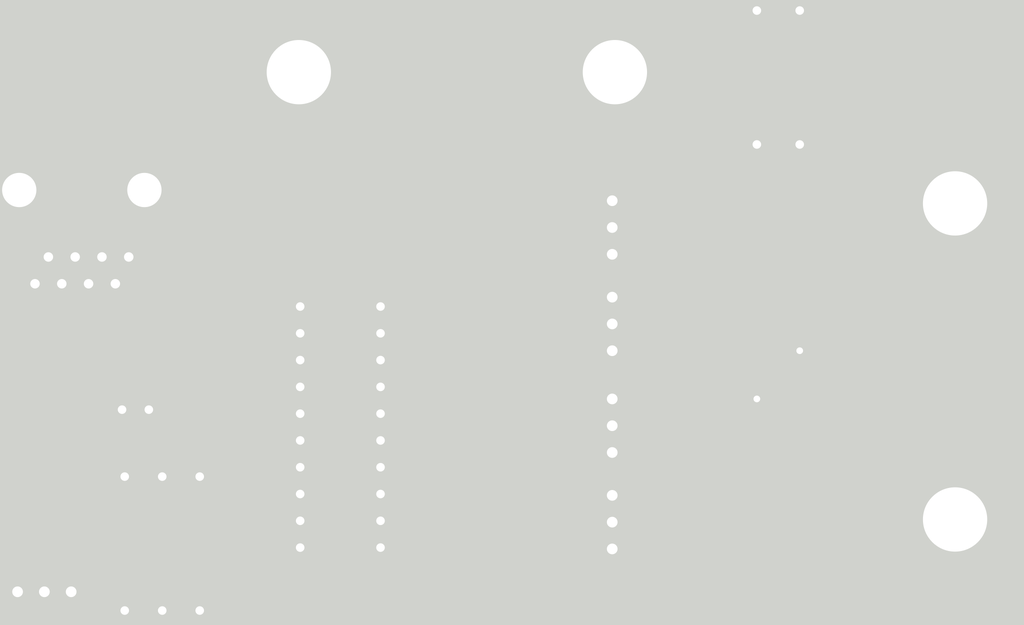
<source format=kicad_pcb>
(kicad_pcb (version 3) (host pcbnew "(2013-jul-07)-stable")

  (general
    (links 36)
    (no_connects 0)
    (area 0 0 0 0)
    (thickness 1.6)
    (drawings 3)
    (tracks 96)
    (zones 0)
    (modules 15)
    (nets 22)
  )

  (page A3)
  (layers
    (15 F.Cu signal)
    (0 B.Cu signal)
    (17 F.Adhes user)
    (19 F.Paste user)
    (21 F.SilkS user)
    (23 F.Mask user)
    (28 Edge.Cuts user hide)
  )

  (setup
    (last_trace_width 0.254)
    (user_trace_width 2)
    (user_trace_width 6)
    (trace_clearance 0.254)
    (zone_clearance 0.508)
    (zone_45_only no)
    (trace_min 0.254)
    (segment_width 0.2)
    (edge_width 0.1)
    (via_size 0.889)
    (via_drill 0.635)
    (via_min_size 0.889)
    (via_min_drill 0.508)
    (uvia_size 0.508)
    (uvia_drill 0.127)
    (uvias_allowed no)
    (uvia_min_size 0.508)
    (uvia_min_drill 0.127)
    (pcb_text_width 0.3)
    (pcb_text_size 1.5 1.5)
    (mod_edge_width 0.15)
    (mod_text_size 1 1)
    (mod_text_width 0.15)
    (pad_size 1.5 1.5)
    (pad_drill 0.6)
    (pad_to_mask_clearance 0)
    (aux_axis_origin 0 0)
    (visible_elements FFFFFFBF)
    (pcbplotparams
      (layerselection 3178497)
      (usegerberextensions true)
      (excludeedgelayer true)
      (linewidth 0.150000)
      (plotframeref false)
      (viasonmask false)
      (mode 1)
      (useauxorigin false)
      (hpglpennumber 1)
      (hpglpenspeed 20)
      (hpglpendiameter 15)
      (hpglpenoverlay 2)
      (psnegative false)
      (psa4output false)
      (plotreference true)
      (plotvalue true)
      (plotothertext true)
      (plotinvisibletext false)
      (padsonsilk false)
      (subtractmaskfromsilk false)
      (outputformat 1)
      (mirror false)
      (drillshape 1)
      (scaleselection 1)
      (outputdirectory ""))
  )

  (net 0 "")
  (net 1 N-000001)
  (net 2 N-0000010)
  (net 3 N-0000011)
  (net 4 N-0000012)
  (net 5 N-0000013)
  (net 6 N-0000014)
  (net 7 N-0000015)
  (net 8 N-0000016)
  (net 9 N-0000017)
  (net 10 N-0000018)
  (net 11 N-0000019)
  (net 12 N-0000020)
  (net 13 N-0000022)
  (net 14 N-0000023)
  (net 15 N-000003)
  (net 16 N-000004)
  (net 17 N-000005)
  (net 18 N-000006)
  (net 19 N-000007)
  (net 20 N-000008)
  (net 21 N-000009)

  (net_class Default "This is the default net class."
    (clearance 0.254)
    (trace_width 0.254)
    (via_dia 0.889)
    (via_drill 0.635)
    (uvia_dia 0.508)
    (uvia_drill 0.127)
    (add_net "")
    (add_net N-000001)
    (add_net N-0000010)
    (add_net N-0000011)
    (add_net N-0000012)
    (add_net N-0000013)
    (add_net N-0000014)
    (add_net N-0000015)
    (add_net N-0000016)
    (add_net N-0000017)
    (add_net N-0000018)
    (add_net N-0000019)
    (add_net N-0000020)
    (add_net N-0000022)
    (add_net N-0000023)
    (add_net N-000003)
    (add_net N-000004)
    (add_net N-000005)
    (add_net N-000006)
    (add_net N-000007)
    (add_net N-000008)
    (add_net N-000009)
  )

  (net_class HVolt ""
    (clearance 0.254)
    (trace_width 40.49)
    (via_dia 0.889)
    (via_drill 0.635)
    (uvia_dia 0.508)
    (uvia_drill 0.127)
  )

  (module 2PIN_6mm (layer F.Cu) (tedit 597B7D67) (tstamp 597B7839)
    (at 157.988 50.292 270)
    (descr "module 2 pin (trou 6 mm)")
    (tags DEV)
    (path /597B7027)
    (fp_text reference M1 (at 0 1.27 270) (layer F.SilkS)
      (effects (font (size 1.524 1.524) (thickness 0.3048)))
    )
    (fp_text value MOTOR (at 0 -1.27 270) (layer F.SilkS)
      (effects (font (size 1.524 1.524) (thickness 0.3048)))
    )
    (fp_line (start -21.59 -6.35) (end 21.59 -6.35) (layer F.SilkS) (width 0.381))
    (fp_line (start 21.59 -6.35) (end 21.59 6.35) (layer F.SilkS) (width 0.381))
    (fp_line (start 21.59 6.35) (end -21.59 6.35) (layer F.SilkS) (width 0.381))
    (fp_line (start -21.59 6.35) (end -21.59 -6.35) (layer F.SilkS) (width 0.381))
    (pad 1 thru_hole circle (at -14.986 0 270) (size 10.16 10.16) (drill 6.096)
      (layers *.Cu *.Mask F.SilkS)
      (net 13 N-0000022)
    )
    (pad 2 thru_hole circle (at 14.986 0 270) (size 10.16 10.16) (drill 6.096)
      (layers *.Cu *.Mask F.SilkS)
      (net 14 N-0000023)
    )
    (model "device/douille_4mm(red).wrl"
      (at (xyz -0.59 0 0))
      (scale (xyz 1.8 1.8 1.8))
      (rotate (xyz 0 0 0))
    )
    (model "device/douille_4mm(red).wrl"
      (at (xyz 0.59 0 0))
      (scale (xyz 1.8 1.8 1.8))
      (rotate (xyz 0 0 0))
    )
  )

  (module RJ45_8 (layer F.Cu) (tedit 4745DA96) (tstamp 597B7768)
    (at 75.184 34.036 180)
    (tags RJ45)
    (path /597B7135)
    (fp_text reference J1 (at 0.254 4.826 180) (layer F.SilkS)
      (effects (font (size 1.524 1.524) (thickness 0.3048)))
    )
    (fp_text value RJ45 (at 0.14224 -0.1016 180) (layer F.SilkS)
      (effects (font (size 1.00076 1.00076) (thickness 0.2032)))
    )
    (fp_line (start -7.62 7.874) (end 7.62 7.874) (layer F.SilkS) (width 0.127))
    (fp_line (start 7.62 7.874) (end 7.62 -10.16) (layer F.SilkS) (width 0.127))
    (fp_line (start 7.62 -10.16) (end -7.62 -10.16) (layer F.SilkS) (width 0.127))
    (fp_line (start -7.62 -10.16) (end -7.62 7.874) (layer F.SilkS) (width 0.127))
    (pad Hole np_thru_hole circle (at 5.93852 0 180) (size 3.64998 3.64998) (drill 3.2512)
      (layers *.Cu *.SilkS *.Mask)
    )
    (pad Hole np_thru_hole circle (at -5.9309 0 180) (size 3.64998 3.64998) (drill 3.2512)
      (layers *.Cu *.SilkS *.Mask)
    )
    (pad 1 thru_hole rect (at -4.445 -6.35 180) (size 1.50114 1.50114) (drill 0.89916)
      (layers *.Cu *.Mask F.SilkS)
      (net 12 N-0000020)
    )
    (pad 2 thru_hole circle (at -3.175 -8.89 180) (size 1.50114 1.50114) (drill 0.89916)
      (layers *.Cu *.Mask F.SilkS)
      (net 17 N-000005)
    )
    (pad 3 thru_hole circle (at -1.905 -6.35 180) (size 1.50114 1.50114) (drill 0.89916)
      (layers *.Cu *.Mask F.SilkS)
      (net 20 N-000008)
    )
    (pad 4 thru_hole circle (at -0.635 -8.89 180) (size 1.50114 1.50114) (drill 0.89916)
      (layers *.Cu *.Mask F.SilkS)
      (net 19 N-000007)
    )
    (pad 5 thru_hole circle (at 0.635 -6.35 180) (size 1.50114 1.50114) (drill 0.89916)
      (layers *.Cu *.Mask F.SilkS)
      (net 4 N-0000012)
    )
    (pad 6 thru_hole circle (at 1.905 -8.89 180) (size 1.50114 1.50114) (drill 0.89916)
      (layers *.Cu *.Mask F.SilkS)
      (net 3 N-0000011)
    )
    (pad 7 thru_hole circle (at 3.175 -6.35 180) (size 1.50114 1.50114) (drill 0.89916)
      (layers *.Cu *.Mask F.SilkS)
      (net 16 N-000004)
    )
    (pad 8 thru_hole circle (at 4.445 -8.89 180) (size 1.50114 1.50114) (drill 0.89916)
      (layers *.Cu *.Mask F.SilkS)
      (net 15 N-000003)
    )
    (model connectors/RJ45_8.wrl
      (at (xyz 0 0 0))
      (scale (xyz 0.4 0.4 0.4))
      (rotate (xyz 0 0 0))
    )
  )

  (module R5 (layer F.Cu) (tedit 597B9282) (tstamp 597B7775)
    (at 139.192 23.368 270)
    (descr "Resistance 5 pas")
    (tags R)
    (path /597B7057)
    (autoplace_cost180 10)
    (fp_text reference R5 (at 0.508 0 270) (layer F.SilkS)
      (effects (font (size 1.397 1.27) (thickness 0.2032)))
    )
    (fp_text value R (at 0 0 270) (layer F.SilkS) hide
      (effects (font (size 1.397 1.27) (thickness 0.2032)))
    )
    (fp_line (start -6.35 0) (end -5.334 0) (layer F.SilkS) (width 0.3048))
    (fp_line (start 6.35 0) (end 5.334 0) (layer F.SilkS) (width 0.3048))
    (fp_line (start 5.334 -1.27) (end 5.334 1.27) (layer F.SilkS) (width 0.3048))
    (fp_line (start 5.334 1.27) (end -5.334 1.27) (layer F.SilkS) (width 0.3048))
    (fp_line (start -5.334 1.27) (end -5.334 -1.27) (layer F.SilkS) (width 0.3048))
    (fp_line (start -5.334 -1.27) (end 5.334 -1.27) (layer F.SilkS) (width 0.3048))
    (fp_line (start -5.334 -0.762) (end -4.826 -1.27) (layer F.SilkS) (width 0.3048))
    (pad 1 thru_hole circle (at -6.35 0 270) (size 1.524 1.524) (drill 0.8128)
      (layers *.Cu *.Mask F.SilkS)
      (net 11 N-0000019)
    )
    (pad 2 thru_hole circle (at 6.35 0 270) (size 1.524 1.524) (drill 0.8128)
      (layers *.Cu *.Mask F.SilkS)
      (net 5 N-0000013)
    )
    (model discret/resistor.wrl
      (at (xyz 0 0 0))
      (scale (xyz 0.5 0.5 0.5))
      (rotate (xyz 0 0 0))
    )
  )

  (module R5 (layer F.Cu) (tedit 200000) (tstamp 597B7782)
    (at 143.256 23.368 90)
    (descr "Resistance 5 pas")
    (tags R)
    (path /597B705D)
    (autoplace_cost180 10)
    (fp_text reference R4 (at 0 0 90) (layer F.SilkS)
      (effects (font (size 1.397 1.27) (thickness 0.2032)))
    )
    (fp_text value R (at 0 0 90) (layer F.SilkS) hide
      (effects (font (size 1.397 1.27) (thickness 0.2032)))
    )
    (fp_line (start -6.35 0) (end -5.334 0) (layer F.SilkS) (width 0.3048))
    (fp_line (start 6.35 0) (end 5.334 0) (layer F.SilkS) (width 0.3048))
    (fp_line (start 5.334 -1.27) (end 5.334 1.27) (layer F.SilkS) (width 0.3048))
    (fp_line (start 5.334 1.27) (end -5.334 1.27) (layer F.SilkS) (width 0.3048))
    (fp_line (start -5.334 1.27) (end -5.334 -1.27) (layer F.SilkS) (width 0.3048))
    (fp_line (start -5.334 -1.27) (end 5.334 -1.27) (layer F.SilkS) (width 0.3048))
    (fp_line (start -5.334 -0.762) (end -4.826 -1.27) (layer F.SilkS) (width 0.3048))
    (pad 1 thru_hole circle (at -6.35 0 90) (size 1.524 1.524) (drill 0.8128)
      (layers *.Cu *.Mask F.SilkS)
      (net 6 N-0000014)
    )
    (pad 2 thru_hole circle (at 6.35 0 90) (size 1.524 1.524) (drill 0.8128)
      (layers *.Cu *.Mask F.SilkS)
      (net 11 N-0000019)
    )
    (model discret/resistor.wrl
      (at (xyz 0 0 0))
      (scale (xyz 0.5 0.5 0.5))
      (rotate (xyz 0 0 0))
    )
  )

  (module R5 (layer F.Cu) (tedit 597B77F9) (tstamp 597B778F)
    (at 79.248 67.564 90)
    (descr "Resistance 5 pas")
    (tags R)
    (path /597B7074)
    (autoplace_cost180 10)
    (fp_text reference R3 (at 0 0 90) (layer F.SilkS)
      (effects (font (size 1.397 1.27) (thickness 0.2032)))
    )
    (fp_text value R (at 0 0 90) (layer F.SilkS) hide
      (effects (font (size 1.397 1.27) (thickness 0.2032)))
    )
    (fp_line (start -6.35 0) (end -5.334 0) (layer F.SilkS) (width 0.3048))
    (fp_line (start 6.35 0) (end 5.334 0) (layer F.SilkS) (width 0.3048))
    (fp_line (start 5.334 -1.27) (end 5.334 1.27) (layer F.SilkS) (width 0.3048))
    (fp_line (start 5.334 1.27) (end -5.334 1.27) (layer F.SilkS) (width 0.3048))
    (fp_line (start -5.334 1.27) (end -5.334 -1.27) (layer F.SilkS) (width 0.3048))
    (fp_line (start -5.334 -1.27) (end 5.334 -1.27) (layer F.SilkS) (width 0.3048))
    (fp_line (start -5.334 -0.762) (end -4.826 -1.27) (layer F.SilkS) (width 0.3048))
    (pad 1 thru_hole circle (at -6.35 0 90) (size 1.524 1.524) (drill 0.8128)
      (layers *.Cu *.Mask F.SilkS)
      (net 19 N-000007)
    )
    (pad 2 thru_hole circle (at 6.35 0 90) (size 1.524 1.524) (drill 0.8128)
      (layers *.Cu *.Mask F.SilkS)
      (net 9 N-0000017)
    )
    (model discret/resistor.wrl
      (at (xyz 0 0 0))
      (scale (xyz 0.5 0.5 0.5))
      (rotate (xyz 0 0 0))
    )
  )

  (module R5 (layer F.Cu) (tedit 200000) (tstamp 597B779C)
    (at 82.804 67.564 90)
    (descr "Resistance 5 pas")
    (tags R)
    (path /597B773E)
    (autoplace_cost180 10)
    (fp_text reference R1 (at 0 0 90) (layer F.SilkS)
      (effects (font (size 1.397 1.27) (thickness 0.2032)))
    )
    (fp_text value 20K (at 0 0 90) (layer F.SilkS) hide
      (effects (font (size 1.397 1.27) (thickness 0.2032)))
    )
    (fp_line (start -6.35 0) (end -5.334 0) (layer F.SilkS) (width 0.3048))
    (fp_line (start 6.35 0) (end 5.334 0) (layer F.SilkS) (width 0.3048))
    (fp_line (start 5.334 -1.27) (end 5.334 1.27) (layer F.SilkS) (width 0.3048))
    (fp_line (start 5.334 1.27) (end -5.334 1.27) (layer F.SilkS) (width 0.3048))
    (fp_line (start -5.334 1.27) (end -5.334 -1.27) (layer F.SilkS) (width 0.3048))
    (fp_line (start -5.334 -1.27) (end 5.334 -1.27) (layer F.SilkS) (width 0.3048))
    (fp_line (start -5.334 -0.762) (end -4.826 -1.27) (layer F.SilkS) (width 0.3048))
    (pad 1 thru_hole circle (at -6.35 0 90) (size 1.524 1.524) (drill 0.8128)
      (layers *.Cu *.Mask F.SilkS)
      (net 12 N-0000020)
    )
    (pad 2 thru_hole circle (at 6.35 0 90) (size 1.524 1.524) (drill 0.8128)
      (layers *.Cu *.Mask F.SilkS)
      (net 8 N-0000016)
    )
    (model discret/resistor.wrl
      (at (xyz 0 0 0))
      (scale (xyz 0.5 0.5 0.5))
      (rotate (xyz 0 0 0))
    )
  )

  (module R5 (layer F.Cu) (tedit 200000) (tstamp 597B77A9)
    (at 86.36 67.564 90)
    (descr "Resistance 5 pas")
    (tags R)
    (path /597B774D)
    (autoplace_cost180 10)
    (fp_text reference R2 (at 0 0 90) (layer F.SilkS)
      (effects (font (size 1.397 1.27) (thickness 0.2032)))
    )
    (fp_text value 20K (at 0 0 90) (layer F.SilkS) hide
      (effects (font (size 1.397 1.27) (thickness 0.2032)))
    )
    (fp_line (start -6.35 0) (end -5.334 0) (layer F.SilkS) (width 0.3048))
    (fp_line (start 6.35 0) (end 5.334 0) (layer F.SilkS) (width 0.3048))
    (fp_line (start 5.334 -1.27) (end 5.334 1.27) (layer F.SilkS) (width 0.3048))
    (fp_line (start 5.334 1.27) (end -5.334 1.27) (layer F.SilkS) (width 0.3048))
    (fp_line (start -5.334 1.27) (end -5.334 -1.27) (layer F.SilkS) (width 0.3048))
    (fp_line (start -5.334 -1.27) (end 5.334 -1.27) (layer F.SilkS) (width 0.3048))
    (fp_line (start -5.334 -0.762) (end -4.826 -1.27) (layer F.SilkS) (width 0.3048))
    (pad 1 thru_hole circle (at -6.35 0 90) (size 1.524 1.524) (drill 0.8128)
      (layers *.Cu *.Mask F.SilkS)
      (net 12 N-0000020)
    )
    (pad 2 thru_hole circle (at 6.35 0 90) (size 1.524 1.524) (drill 0.8128)
      (layers *.Cu *.Mask F.SilkS)
      (net 1 N-000001)
    )
    (model discret/resistor.wrl
      (at (xyz 0 0 0))
      (scale (xyz 0.5 0.5 0.5))
      (rotate (xyz 0 0 0))
    )
  )

  (module C1 (layer F.Cu) (tedit 3F92C496) (tstamp 597B782F)
    (at 80.264 54.864 180)
    (descr "Condensateur e = 1 pas")
    (tags C)
    (path /597B707A)
    (fp_text reference C1 (at 0.254 -2.286 180) (layer F.SilkS)
      (effects (font (size 1.016 1.016) (thickness 0.2032)))
    )
    (fp_text value C (at 0 -2.286 180) (layer F.SilkS) hide
      (effects (font (size 1.016 1.016) (thickness 0.2032)))
    )
    (fp_line (start -2.4892 -1.27) (end 2.54 -1.27) (layer F.SilkS) (width 0.3048))
    (fp_line (start 2.54 -1.27) (end 2.54 1.27) (layer F.SilkS) (width 0.3048))
    (fp_line (start 2.54 1.27) (end -2.54 1.27) (layer F.SilkS) (width 0.3048))
    (fp_line (start -2.54 1.27) (end -2.54 -1.27) (layer F.SilkS) (width 0.3048))
    (fp_line (start -2.54 -0.635) (end -1.905 -1.27) (layer F.SilkS) (width 0.3048))
    (pad 1 thru_hole circle (at -1.27 0 180) (size 1.397 1.397) (drill 0.8128)
      (layers *.Cu *.Mask F.SilkS)
      (net 19 N-000007)
    )
    (pad 2 thru_hole circle (at 1.27 0 180) (size 1.397 1.397) (drill 0.8128)
      (layers *.Cu *.Mask F.SilkS)
      (net 9 N-0000017)
    )
    (model discret/capa_1_pas.wrl
      (at (xyz 0 0 0))
      (scale (xyz 1 1 1))
      (rotate (xyz 0 0 0))
    )
  )

  (module PIN_ARRAY_3X1 (layer F.Cu) (tedit 4C1130E0) (tstamp 597B77BB)
    (at 125.476 37.592 90)
    (descr "Connecteur 3 pins")
    (tags "CONN DEV")
    (path /597B7E99)
    (fp_text reference Q1 (at 0.254 -2.159 90) (layer F.SilkS)
      (effects (font (size 1.016 1.016) (thickness 0.1524)))
    )
    (fp_text value C_MOSF (at 0 -2.159 90) (layer F.SilkS) hide
      (effects (font (size 1.016 1.016) (thickness 0.1524)))
    )
    (fp_line (start -3.81 1.27) (end -3.81 -1.27) (layer F.SilkS) (width 0.1524))
    (fp_line (start -3.81 -1.27) (end 3.81 -1.27) (layer F.SilkS) (width 0.1524))
    (fp_line (start 3.81 -1.27) (end 3.81 1.27) (layer F.SilkS) (width 0.1524))
    (fp_line (start 3.81 1.27) (end -3.81 1.27) (layer F.SilkS) (width 0.1524))
    (fp_line (start -1.27 -1.27) (end -1.27 1.27) (layer F.SilkS) (width 0.1524))
    (pad 1 thru_hole rect (at -2.54 0 90) (size 1.524 1.524) (drill 1.016)
      (layers *.Cu *.Mask F.SilkS)
      (net 2 N-0000010)
    )
    (pad 2 thru_hole circle (at 0 0 90) (size 1.524 1.524) (drill 1.016)
      (layers *.Cu *.Mask F.SilkS)
      (net 21 N-000009)
    )
    (pad 3 thru_hole circle (at 2.54 0 90) (size 1.524 1.524) (drill 1.016)
      (layers *.Cu *.Mask F.SilkS)
      (net 13 N-0000022)
    )
    (model pin_array/pins_array_3x1.wrl
      (at (xyz 0 0 0))
      (scale (xyz 1 1 1))
      (rotate (xyz 0 0 0))
    )
  )

  (module PIN_ARRAY_3X1 (layer F.Cu) (tedit 4C1130E0) (tstamp 597B77CD)
    (at 125.476 65.532 90)
    (descr "Connecteur 3 pins")
    (tags "CONN DEV")
    (path /597B7EA8)
    (fp_text reference Q3 (at 0.254 -2.159 90) (layer F.SilkS)
      (effects (font (size 1.016 1.016) (thickness 0.1524)))
    )
    (fp_text value C_MOSF (at 0 -2.159 90) (layer F.SilkS) hide
      (effects (font (size 1.016 1.016) (thickness 0.1524)))
    )
    (fp_line (start -3.81 1.27) (end -3.81 -1.27) (layer F.SilkS) (width 0.1524))
    (fp_line (start -3.81 -1.27) (end 3.81 -1.27) (layer F.SilkS) (width 0.1524))
    (fp_line (start 3.81 -1.27) (end 3.81 1.27) (layer F.SilkS) (width 0.1524))
    (fp_line (start 3.81 1.27) (end -3.81 1.27) (layer F.SilkS) (width 0.1524))
    (fp_line (start -1.27 -1.27) (end -1.27 1.27) (layer F.SilkS) (width 0.1524))
    (pad 1 thru_hole rect (at -2.54 0 90) (size 1.524 1.524) (drill 1.016)
      (layers *.Cu *.Mask F.SilkS)
      (net 7 N-0000015)
    )
    (pad 2 thru_hole circle (at 0 0 90) (size 1.524 1.524) (drill 1.016)
      (layers *.Cu *.Mask F.SilkS)
      (net 21 N-000009)
    )
    (pad 3 thru_hole circle (at 2.54 0 90) (size 1.524 1.524) (drill 1.016)
      (layers *.Cu *.Mask F.SilkS)
      (net 14 N-0000023)
    )
    (model pin_array/pins_array_3x1.wrl
      (at (xyz 0 0 0))
      (scale (xyz 1 1 1))
      (rotate (xyz 0 0 0))
    )
  )

  (module PIN_ARRAY_3X1 (layer F.Cu) (tedit 597B9445) (tstamp 597B77DF)
    (at 125.476 46.736 270)
    (descr "Connecteur 3 pins")
    (tags "CONN DEV")
    (path /597B7EC6)
    (fp_text reference Q2 (at 0.508 2.032 270) (layer F.SilkS)
      (effects (font (size 1.016 1.016) (thickness 0.1524)))
    )
    (fp_text value C_MOSF (at 0 -2.159 270) (layer F.SilkS) hide
      (effects (font (size 1.016 1.016) (thickness 0.1524)))
    )
    (fp_line (start -3.81 1.27) (end -3.81 -1.27) (layer F.SilkS) (width 0.1524))
    (fp_line (start -3.81 -1.27) (end 3.81 -1.27) (layer F.SilkS) (width 0.1524))
    (fp_line (start 3.81 -1.27) (end 3.81 1.27) (layer F.SilkS) (width 0.1524))
    (fp_line (start 3.81 1.27) (end -3.81 1.27) (layer F.SilkS) (width 0.1524))
    (fp_line (start -1.27 -1.27) (end -1.27 1.27) (layer F.SilkS) (width 0.1524))
    (pad 1 thru_hole rect (at -2.54 0 270) (size 1.524 1.524) (drill 1.016)
      (layers *.Cu *.Mask F.SilkS)
      (net 10 N-0000018)
    )
    (pad 2 thru_hole circle (at 0 0 270) (size 1.524 1.524) (drill 1.016)
      (layers *.Cu *.Mask F.SilkS)
      (net 13 N-0000022)
    )
    (pad 3 thru_hole circle (at 2.54 0 270) (size 1.524 1.524) (drill 1.016)
      (layers *.Cu *.Mask F.SilkS)
      (net 6 N-0000014)
    )
    (model pin_array/pins_array_3x1.wrl
      (at (xyz 0 0 0))
      (scale (xyz 1 1 1))
      (rotate (xyz 0 0 0))
    )
  )

  (module PIN_ARRAY_3X1 (layer F.Cu) (tedit 4C1130E0) (tstamp 597B77F1)
    (at 125.476 56.388 90)
    (descr "Connecteur 3 pins")
    (tags "CONN DEV")
    (path /597B7EB7)
    (fp_text reference Q4 (at 0.254 -2.159 90) (layer F.SilkS)
      (effects (font (size 1.016 1.016) (thickness 0.1524)))
    )
    (fp_text value C_MOSF (at 0 -2.159 90) (layer F.SilkS) hide
      (effects (font (size 1.016 1.016) (thickness 0.1524)))
    )
    (fp_line (start -3.81 1.27) (end -3.81 -1.27) (layer F.SilkS) (width 0.1524))
    (fp_line (start -3.81 -1.27) (end 3.81 -1.27) (layer F.SilkS) (width 0.1524))
    (fp_line (start 3.81 -1.27) (end 3.81 1.27) (layer F.SilkS) (width 0.1524))
    (fp_line (start 3.81 1.27) (end -3.81 1.27) (layer F.SilkS) (width 0.1524))
    (fp_line (start -1.27 -1.27) (end -1.27 1.27) (layer F.SilkS) (width 0.1524))
    (pad 1 thru_hole rect (at -2.54 0 90) (size 1.524 1.524) (drill 1.016)
      (layers *.Cu *.Mask F.SilkS)
      (net 18 N-000006)
    )
    (pad 2 thru_hole circle (at 0 0 90) (size 1.524 1.524) (drill 1.016)
      (layers *.Cu *.Mask F.SilkS)
      (net 14 N-0000023)
    )
    (pad 3 thru_hole circle (at 2.54 0 90) (size 1.524 1.524) (drill 1.016)
      (layers *.Cu *.Mask F.SilkS)
      (net 5 N-0000013)
    )
    (model pin_array/pins_array_3x1.wrl
      (at (xyz 0 0 0))
      (scale (xyz 1 1 1))
      (rotate (xyz 0 0 0))
    )
  )

  (module PIN_ARRAY_3X1 (layer F.Cu) (tedit 4C1130E0) (tstamp 597B7756)
    (at 71.628 72.136)
    (descr "Connecteur 3 pins")
    (tags "CONN DEV")
    (path /597B824F)
    (fp_text reference K1 (at 0.254 -2.159) (layer F.SilkS)
      (effects (font (size 1.016 1.016) (thickness 0.1524)))
    )
    (fp_text value CONN_3 (at 0 -2.159) (layer F.SilkS) hide
      (effects (font (size 1.016 1.016) (thickness 0.1524)))
    )
    (fp_line (start -3.81 1.27) (end -3.81 -1.27) (layer F.SilkS) (width 0.1524))
    (fp_line (start -3.81 -1.27) (end 3.81 -1.27) (layer F.SilkS) (width 0.1524))
    (fp_line (start 3.81 -1.27) (end 3.81 1.27) (layer F.SilkS) (width 0.1524))
    (fp_line (start 3.81 1.27) (end -3.81 1.27) (layer F.SilkS) (width 0.1524))
    (fp_line (start -1.27 -1.27) (end -1.27 1.27) (layer F.SilkS) (width 0.1524))
    (pad 1 thru_hole rect (at -2.54 0) (size 1.524 1.524) (drill 1.016)
      (layers *.Cu *.Mask F.SilkS)
      (net 3 N-0000011)
    )
    (pad 2 thru_hole circle (at 0 0) (size 1.524 1.524) (drill 1.016)
      (layers *.Cu *.Mask F.SilkS)
      (net 4 N-0000012)
    )
    (pad 3 thru_hole circle (at 2.54 0) (size 1.524 1.524) (drill 1.016)
      (layers *.Cu *.Mask F.SilkS)
      (net 12 N-0000020)
    )
    (model pin_array/pins_array_3x1.wrl
      (at (xyz 0 0 0))
      (scale (xyz 1 1 1))
      (rotate (xyz 0 0 0))
    )
  )

  (module DIP-20__300 (layer F.Cu) (tedit 200000) (tstamp 597B7824)
    (at 99.695 56.515 270)
    (descr "20 pins DIL package, round pads")
    (tags DIL)
    (path /597B6FFD)
    (fp_text reference H1 (at -8.89 -1.27 270) (layer F.SilkS)
      (effects (font (size 1.778 1.143) (thickness 0.3048)))
    )
    (fp_text value HIP4080A (at 6.35 1.27 270) (layer F.SilkS)
      (effects (font (size 1.778 1.143) (thickness 0.3048)))
    )
    (fp_line (start -13.97 -1.27) (end -12.7 -1.27) (layer F.SilkS) (width 0.381))
    (fp_line (start -12.7 -1.27) (end -12.7 1.27) (layer F.SilkS) (width 0.381))
    (fp_line (start -12.7 1.27) (end -13.97 1.27) (layer F.SilkS) (width 0.381))
    (fp_line (start -13.97 -2.54) (end 13.97 -2.54) (layer F.SilkS) (width 0.381))
    (fp_line (start 13.97 -2.54) (end 13.97 2.54) (layer F.SilkS) (width 0.381))
    (fp_line (start 13.97 2.54) (end -13.97 2.54) (layer F.SilkS) (width 0.381))
    (fp_line (start -13.97 2.54) (end -13.97 -2.54) (layer F.SilkS) (width 0.381))
    (pad 1 thru_hole rect (at -11.43 3.81 270) (size 1.397 1.397) (drill 0.8128)
      (layers *.Cu *.Mask F.SilkS)
    )
    (pad 2 thru_hole circle (at -8.89 3.81 270) (size 1.397 1.397) (drill 0.8128)
      (layers *.Cu *.Mask F.SilkS)
      (net 15 N-000003)
    )
    (pad 3 thru_hole circle (at -6.35 3.81 270) (size 1.397 1.397) (drill 0.8128)
      (layers *.Cu *.Mask F.SilkS)
      (net 16 N-000004)
    )
    (pad 4 thru_hole circle (at -3.81 3.81 270) (size 1.397 1.397) (drill 0.8128)
      (layers *.Cu *.Mask F.SilkS)
      (net 12 N-0000020)
    )
    (pad 5 thru_hole circle (at -1.27 3.81 270) (size 1.397 1.397) (drill 0.8128)
      (layers *.Cu *.Mask F.SilkS)
      (net 9 N-0000017)
    )
    (pad 6 thru_hole circle (at 1.27 3.81 270) (size 1.397 1.397) (drill 0.8128)
      (layers *.Cu *.Mask F.SilkS)
      (net 19 N-000007)
    )
    (pad 7 thru_hole circle (at 3.81 3.81 270) (size 1.397 1.397) (drill 0.8128)
      (layers *.Cu *.Mask F.SilkS)
      (net 20 N-000008)
    )
    (pad 8 thru_hole circle (at 6.35 3.81 270) (size 1.397 1.397) (drill 0.8128)
      (layers *.Cu *.Mask F.SilkS)
      (net 8 N-0000016)
    )
    (pad 9 thru_hole circle (at 8.89 3.81 270) (size 1.397 1.397) (drill 0.8128)
      (layers *.Cu *.Mask F.SilkS)
      (net 1 N-000001)
    )
    (pad 10 thru_hole circle (at 11.43 3.81 270) (size 1.397 1.397) (drill 0.8128)
      (layers *.Cu *.Mask F.SilkS)
    )
    (pad 11 thru_hole circle (at 11.43 -3.81 270) (size 1.397 1.397) (drill 0.8128)
      (layers *.Cu *.Mask F.SilkS)
      (net 7 N-0000015)
    )
    (pad 12 thru_hole circle (at 8.89 -3.81 270) (size 1.397 1.397) (drill 0.8128)
      (layers *.Cu *.Mask F.SilkS)
      (net 14 N-0000023)
    )
    (pad 13 thru_hole circle (at 6.35 -3.81 270) (size 1.397 1.397) (drill 0.8128)
      (layers *.Cu *.Mask F.SilkS)
      (net 18 N-000006)
    )
    (pad 14 thru_hole circle (at 3.81 -3.81 270) (size 1.397 1.397) (drill 0.8128)
      (layers *.Cu *.Mask F.SilkS)
      (net 5 N-0000013)
    )
    (pad 15 thru_hole circle (at 1.27 -3.81 270) (size 1.397 1.397) (drill 0.8128)
      (layers *.Cu *.Mask F.SilkS)
      (net 17 N-000005)
    )
    (pad 16 thru_hole circle (at -1.27 -3.81 270) (size 1.397 1.397) (drill 0.8128)
      (layers *.Cu *.Mask F.SilkS)
      (net 17 N-000005)
    )
    (pad 17 thru_hole circle (at -3.81 -3.81 270) (size 1.397 1.397) (drill 0.8128)
      (layers *.Cu *.Mask F.SilkS)
      (net 6 N-0000014)
    )
    (pad 18 thru_hole circle (at -6.35 -3.81 270) (size 1.397 1.397) (drill 0.8128)
      (layers *.Cu *.Mask F.SilkS)
      (net 10 N-0000018)
    )
    (pad 19 thru_hole circle (at -8.89 -3.81 270) (size 1.397 1.397) (drill 0.8128)
      (layers *.Cu *.Mask F.SilkS)
      (net 13 N-0000022)
    )
    (pad 20 thru_hole circle (at -11.43 -3.81 270) (size 1.397 1.397) (drill 0.8128)
      (layers *.Cu *.Mask F.SilkS)
      (net 2 N-0000010)
    )
    (model dil/dil_20.wrl
      (at (xyz 0 0 0))
      (scale (xyz 1 1 1))
      (rotate (xyz 0 0 0))
    )
  )

  (module 2PIN_6mm (layer F.Cu) (tedit 597B9654) (tstamp 597B952B)
    (at 110.744 22.86)
    (descr "module 2 pin (trou 6 mm)")
    (tags DEV)
    (path /597B94E5)
    (fp_text reference P1 (at 0 1.27) (layer F.SilkS)
      (effects (font (size 1.524 1.524) (thickness 0.3048)))
    )
    (fp_text value "H Power input" (at 0 -1.27) (layer F.SilkS)
      (effects (font (size 1.524 1.524) (thickness 0.3048)))
    )
    (fp_line (start -21.59 -6.35) (end 21.59 -6.35) (layer F.SilkS) (width 0.381))
    (fp_line (start 21.59 -6.35) (end 21.59 6.35) (layer F.SilkS) (width 0.381))
    (fp_line (start 21.59 6.35) (end -21.59 6.35) (layer F.SilkS) (width 0.381))
    (fp_line (start -21.59 6.35) (end -21.59 -6.35) (layer F.SilkS) (width 0.381))
    (pad 1 thru_hole circle (at -14.986 0) (size 10.16 10.16) (drill 6.096)
      (layers *.Cu *.Mask F.SilkS)
      (net 21 N-000009)
    )
    (pad 2 thru_hole circle (at 14.986 0) (size 10.16 10.16) (drill 6.096)
      (layers *.Cu *.Mask F.SilkS)
      (net 11 N-0000019)
    )
    (model "device/douille_4mm(red).wrl"
      (at (xyz -0.59 0 0))
      (scale (xyz 1.8 1.8 1.8))
      (rotate (xyz 0 0 0))
    )
    (model "device/douille_4mm(red).wrl"
      (at (xyz 0.59 0 0))
      (scale (xyz 1.8 1.8 1.8))
      (rotate (xyz 0 0 0))
    )
  )

  (dimension 64.008 (width 0.3) (layer B.SilkS)
    (gr_text "64.008 mm" (at 160.702 44.704 90) (layer B.SilkS)
      (effects (font (size 1.5 1.5) (thickness 0.3)))
    )
    (feature1 (pts (xy 164.592 12.7) (xy 159.352 12.7)))
    (feature2 (pts (xy 164.592 76.708) (xy 159.352 76.708)))
    (crossbar (pts (xy 162.052 76.708) (xy 162.052 12.7)))
    (arrow1a (pts (xy 162.052 12.7) (xy 162.63842 13.826503)))
    (arrow1b (pts (xy 162.052 12.7) (xy 161.46558 13.826503)))
    (arrow2a (pts (xy 162.052 76.708) (xy 162.63842 75.581497)))
    (arrow2b (pts (xy 162.052 76.708) (xy 161.46558 75.581497)))
  )
  (dimension 98.552 (width 0.3) (layer B.SilkS)
    (gr_text "98.552 mm" (at 115.316 74.342001) (layer B.SilkS)
      (effects (font (size 1.5 1.5) (thickness 0.3)))
    )
    (feature1 (pts (xy 66.04 76.708) (xy 66.04 72.992001)))
    (feature2 (pts (xy 164.592 76.708) (xy 164.592 72.992001)))
    (crossbar (pts (xy 164.592 75.692001) (xy 66.04 75.692001)))
    (arrow1a (pts (xy 66.04 75.692001) (xy 67.166503 75.105581)))
    (arrow1b (pts (xy 66.04 75.692001) (xy 67.166503 76.278421)))
    (arrow2a (pts (xy 164.592 75.692001) (xy 163.465497 75.105581)))
    (arrow2b (pts (xy 164.592 75.692001) (xy 163.465497 76.278421)))
  )
  (gr_text "High Power Single Motor Controller. \nby cpyarger" (at 112.268 52.832 90) (layer B.Cu)
    (effects (font (size 1.5 1.5) (thickness 0.3)) (justify mirror))
  )

  (segment (start 86.36 61.214) (end 86.36 62.992) (width 0.254) (layer B.Cu) (net 1))
  (segment (start 88.773 65.405) (end 95.885 65.405) (width 0.254) (layer B.Cu) (net 1) (tstamp 597B86CC))
  (segment (start 86.36 62.992) (end 88.773 65.405) (width 0.254) (layer B.Cu) (net 1) (tstamp 597B86CA))
  (segment (start 103.505 45.085) (end 120.523 45.085) (width 0.254) (layer B.Cu) (net 2))
  (segment (start 120.523 45.085) (end 125.476 40.132) (width 0.254) (layer B.Cu) (net 2) (tstamp 597B857D))
  (segment (start 69.088 72.136) (end 69.088 47.117) (width 0.254) (layer B.Cu) (net 3))
  (segment (start 69.088 47.117) (end 73.279 42.926) (width 0.254) (layer B.Cu) (net 3) (tstamp 597B9774))
  (segment (start 71.628 72.136) (end 71.628 47.752) (width 0.254) (layer B.Cu) (net 4))
  (segment (start 74.549 44.831) (end 74.549 40.386) (width 0.254) (layer B.Cu) (net 4) (tstamp 597B9781))
  (segment (start 71.628 47.752) (end 74.549 44.831) (width 0.254) (layer B.Cu) (net 4) (tstamp 597B977D))
  (segment (start 139.192 29.718) (end 139.192 53.848) (width 2) (layer F.Cu) (net 5))
  (segment (start 139.192 53.848) (end 125.476 53.848) (width 2) (layer B.Cu) (net 5) (tstamp 597B92B3))
  (via (at 139.192 53.848) (size 0.889) (layers F.Cu B.Cu) (net 5))
  (segment (start 103.505 60.325) (end 118.999 60.325) (width 0.254) (layer B.Cu) (net 5))
  (segment (start 118.999 60.325) (end 125.476 53.848) (width 0.254) (layer B.Cu) (net 5) (tstamp 597B8571))
  (segment (start 143.256 29.718) (end 143.256 49.276) (width 2) (layer F.Cu) (net 6))
  (segment (start 143.256 49.276) (end 125.476 49.276) (width 2) (layer B.Cu) (net 6) (tstamp 597B9245))
  (via (at 143.256 49.276) (size 0.889) (layers F.Cu B.Cu) (net 6))
  (segment (start 103.505 52.705) (end 122.047 52.705) (width 0.254) (layer B.Cu) (net 6))
  (segment (start 122.047 52.705) (end 125.476 49.276) (width 0.254) (layer B.Cu) (net 6) (tstamp 597B8574))
  (segment (start 125.476 68.072) (end 103.632 68.072) (width 0.254) (layer B.Cu) (net 7))
  (segment (start 103.632 68.072) (end 103.505 67.945) (width 0.254) (layer B.Cu) (net 7) (tstamp 597B8567))
  (segment (start 95.885 62.865) (end 84.455 62.865) (width 0.254) (layer F.Cu) (net 8))
  (segment (start 84.455 62.865) (end 82.804 61.214) (width 0.254) (layer F.Cu) (net 8) (tstamp 597B86D0))
  (segment (start 78.994 54.864) (end 78.994 54.102) (width 0.254) (layer F.Cu) (net 9))
  (segment (start 93.472 52.832) (end 95.885 55.245) (width 0.254) (layer F.Cu) (net 9) (tstamp 597B87C6))
  (segment (start 80.264 52.832) (end 93.472 52.832) (width 0.254) (layer F.Cu) (net 9) (tstamp 597B87C2))
  (segment (start 78.994 54.102) (end 80.264 52.832) (width 0.254) (layer F.Cu) (net 9) (tstamp 597B87C0))
  (segment (start 79.248 61.214) (end 79.248 55.118) (width 0.254) (layer B.Cu) (net 9))
  (segment (start 79.248 55.118) (end 78.994 54.864) (width 0.254) (layer B.Cu) (net 9) (tstamp 597B86EC))
  (segment (start 103.505 50.165) (end 119.507 50.165) (width 0.254) (layer B.Cu) (net 10))
  (segment (start 119.507 50.165) (end 125.476 44.196) (width 0.254) (layer B.Cu) (net 10) (tstamp 597B8578))
  (segment (start 125.73 22.86) (end 133.35 22.86) (width 2) (layer F.Cu) (net 11))
  (segment (start 133.35 22.86) (end 139.192 17.018) (width 2) (layer F.Cu) (net 11) (tstamp 597B9672))
  (segment (start 143.256 17.018) (end 139.192 17.018) (width 2) (layer F.Cu) (net 11))
  (segment (start 95.885 52.705) (end 98.933 52.705) (width 0.254) (layer B.Cu) (net 12))
  (segment (start 97.282 73.914) (end 86.36 73.914) (width 0.254) (layer B.Cu) (net 12) (tstamp 597B87D7))
  (segment (start 99.568 71.628) (end 97.282 73.914) (width 0.254) (layer B.Cu) (net 12) (tstamp 597B87D3))
  (segment (start 99.568 53.34) (end 99.568 71.628) (width 0.254) (layer B.Cu) (net 12) (tstamp 597B87CE))
  (segment (start 98.933 52.705) (end 99.568 53.34) (width 0.254) (layer B.Cu) (net 12) (tstamp 597B87CD))
  (segment (start 79.629 40.386) (end 95.758 40.386) (width 0.254) (layer F.Cu) (net 12))
  (segment (start 97.028 51.562) (end 95.885 52.705) (width 0.254) (layer F.Cu) (net 12) (tstamp 597B8779))
  (segment (start 97.028 41.656) (end 97.028 51.562) (width 0.254) (layer F.Cu) (net 12) (tstamp 597B8776))
  (segment (start 95.758 40.386) (end 97.028 41.656) (width 0.254) (layer F.Cu) (net 12) (tstamp 597B8771))
  (segment (start 74.168 72.136) (end 74.168 73.152) (width 0.254) (layer B.Cu) (net 12))
  (segment (start 79.756 75.184) (end 82.804 73.914) (width 0.254) (layer B.Cu) (net 12) (tstamp 597B86C4))
  (segment (start 77.216 75.184) (end 79.756 75.184) (width 0.254) (layer B.Cu) (net 12) (tstamp 597B86C2))
  (segment (start 74.168 73.152) (end 77.216 75.184) (width 0.254) (layer B.Cu) (net 12) (tstamp 597B86C0))
  (segment (start 82.804 73.914) (end 86.36 73.914) (width 0.254) (layer B.Cu) (net 12) (tstamp 597B86C6))
  (segment (start 125.476 46.736) (end 146.558 46.736) (width 2) (layer B.Cu) (net 13))
  (segment (start 146.558 46.736) (end 157.988 35.306) (width 2) (layer B.Cu) (net 13) (tstamp 597B91C2))
  (segment (start 125.476 35.052) (end 157.734 35.052) (width 2) (layer B.Cu) (net 13))
  (segment (start 157.734 35.052) (end 157.988 35.306) (width 2) (layer B.Cu) (net 13) (tstamp 597B91BC))
  (segment (start 103.505 47.625) (end 124.587 47.625) (width 0.254) (layer F.Cu) (net 13))
  (segment (start 124.587 47.625) (end 125.476 46.736) (width 0.254) (layer F.Cu) (net 13) (tstamp 597B8581))
  (segment (start 125.476 56.388) (end 127.508 56.388) (width 2) (layer B.Cu) (net 14))
  (segment (start 127.508 56.388) (end 134.112 62.992) (width 2) (layer B.Cu) (net 14) (tstamp 597B91D3))
  (segment (start 125.476 62.992) (end 134.112 62.992) (width 2) (layer B.Cu) (net 14))
  (segment (start 134.112 62.992) (end 155.702 62.992) (width 2) (layer B.Cu) (net 14) (tstamp 597B91D7))
  (segment (start 155.702 62.992) (end 157.988 65.278) (width 2) (layer B.Cu) (net 14) (tstamp 597B91D0))
  (segment (start 103.505 65.405) (end 123.063 65.405) (width 0.254) (layer B.Cu) (net 14))
  (segment (start 123.063 65.405) (end 125.476 62.992) (width 0.254) (layer B.Cu) (net 14) (tstamp 597B856A))
  (segment (start 70.739 42.926) (end 70.739 44.323) (width 0.254) (layer F.Cu) (net 15))
  (segment (start 74.041 47.625) (end 95.885 47.625) (width 0.254) (layer F.Cu) (net 15) (tstamp 597B870B))
  (segment (start 70.739 44.323) (end 74.041 47.625) (width 0.254) (layer F.Cu) (net 15) (tstamp 597B8707))
  (segment (start 72.009 40.386) (end 69.342 40.386) (width 0.254) (layer F.Cu) (net 16))
  (segment (start 69.469 50.165) (end 95.885 50.165) (width 0.254) (layer F.Cu) (net 16) (tstamp 597B9829))
  (segment (start 69.088 49.784) (end 69.469 50.165) (width 0.254) (layer F.Cu) (net 16) (tstamp 597B9825))
  (segment (start 69.088 40.64) (end 69.088 49.784) (width 0.254) (layer F.Cu) (net 16) (tstamp 597B981F))
  (segment (start 69.342 40.386) (end 69.088 40.64) (width 0.254) (layer F.Cu) (net 16) (tstamp 597B981D))
  (segment (start 78.359 42.926) (end 99.314 42.926) (width 0.254) (layer B.Cu) (net 17))
  (segment (start 101.6 53.34) (end 103.505 55.245) (width 0.254) (layer B.Cu) (net 17) (tstamp 597B8745))
  (segment (start 101.6 45.212) (end 101.6 53.34) (width 0.254) (layer B.Cu) (net 17) (tstamp 597B8742))
  (segment (start 99.314 42.926) (end 101.6 45.212) (width 0.254) (layer B.Cu) (net 17) (tstamp 597B873A))
  (segment (start 103.505 55.245) (end 103.505 57.785) (width 0.254) (layer F.Cu) (net 17))
  (segment (start 103.505 62.865) (end 121.539 62.865) (width 0.254) (layer B.Cu) (net 18))
  (segment (start 121.539 62.865) (end 125.476 58.928) (width 0.254) (layer B.Cu) (net 18) (tstamp 597B856E))
  (segment (start 75.819 42.926) (end 75.819 49.149) (width 0.254) (layer B.Cu) (net 19))
  (segment (start 75.819 49.149) (end 81.534 54.864) (width 0.254) (layer B.Cu) (net 19) (tstamp 597B8700))
  (segment (start 81.534 54.864) (end 81.534 71.628) (width 0.254) (layer B.Cu) (net 19))
  (segment (start 81.534 71.628) (end 79.248 73.914) (width 0.254) (layer B.Cu) (net 19) (tstamp 597B86F7))
  (segment (start 81.534 54.864) (end 92.964 54.864) (width 0.254) (layer B.Cu) (net 19))
  (segment (start 92.964 54.864) (end 95.885 57.785) (width 0.254) (layer B.Cu) (net 19) (tstamp 597B86F1))
  (segment (start 77.089 40.386) (end 77.089 39.751) (width 0.254) (layer F.Cu) (net 20))
  (segment (start 98.044 58.166) (end 95.885 60.325) (width 0.254) (layer F.Cu) (net 20) (tstamp 597B9805))
  (segment (start 98.044 41.148) (end 98.044 58.166) (width 0.254) (layer F.Cu) (net 20) (tstamp 597B9801))
  (segment (start 96.012 39.116) (end 98.044 41.148) (width 0.254) (layer F.Cu) (net 20) (tstamp 597B97FE))
  (segment (start 77.724 39.116) (end 96.012 39.116) (width 0.254) (layer F.Cu) (net 20) (tstamp 597B97F3))
  (segment (start 77.089 39.751) (end 77.724 39.116) (width 0.254) (layer F.Cu) (net 20) (tstamp 597B97F2))
  (segment (start 125.476 37.592) (end 110.49 37.592) (width 2) (layer F.Cu) (net 21))
  (segment (start 110.49 37.592) (end 95.758 22.86) (width 2) (layer F.Cu) (net 21) (tstamp 597B967A))
  (segment (start 125.476 37.592) (end 133.604 37.592) (width 2) (layer F.Cu) (net 21) (tstamp 597B9203))
  (segment (start 133.604 37.592) (end 135.636 39.624) (width 2) (layer F.Cu) (net 21) (tstamp 597B9205))
  (segment (start 135.636 39.624) (end 135.636 65.024) (width 2) (layer F.Cu) (net 21) (tstamp 597B9208))
  (segment (start 135.636 65.024) (end 135.128 65.532) (width 2) (layer F.Cu) (net 21) (tstamp 597B920E))
  (segment (start 135.128 65.532) (end 125.476 65.532) (width 2) (layer F.Cu) (net 21) (tstamp 597B9210))

  (zone (net 0) (net_name "") (layer Edge.Cuts) (tstamp 597B8960) (hatch none 0.508)
    (connect_pads (clearance 0.508))
    (min_thickness 0.254)
    (fill (arc_segments 16) (thermal_gap 0.508) (thermal_bridge_width 0.508) (smoothing chamfer))
    (polygon
      (pts
        (xy 164.592 12.7) (xy 164.592 76.708) (xy 66.04 76.708) (xy 66.04 12.7)
      )
    )
    (filled_polygon
      (pts
        (xy 164.465 76.581) (xy 66.167 76.581) (xy 66.167 12.827) (xy 164.465 12.827) (xy 164.465 76.581)
      )
    )
  )
)

</source>
